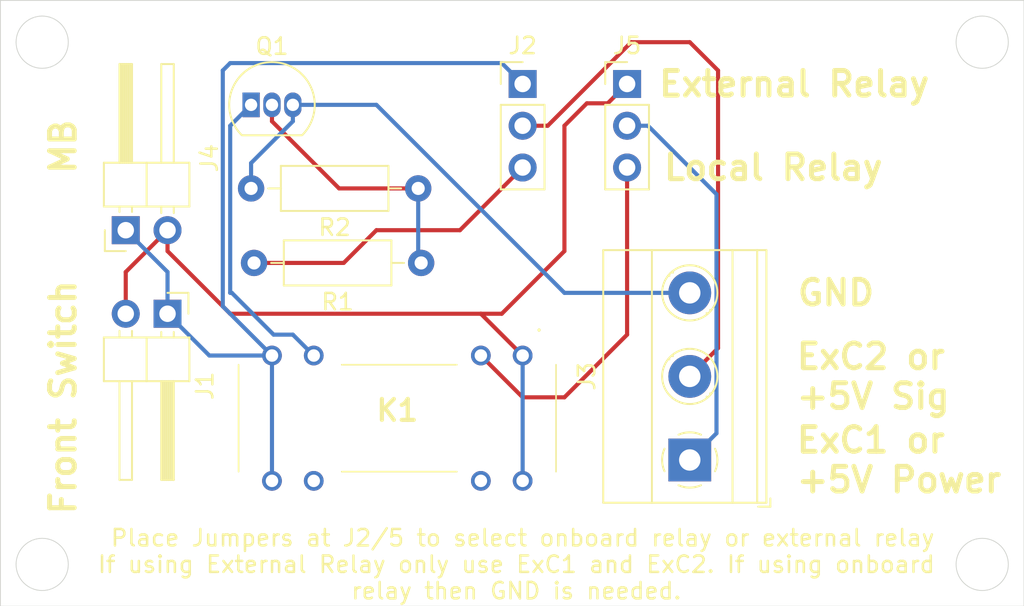
<source format=kicad_pcb>
(kicad_pcb (version 20171130) (host pcbnew "(5.1.9)-1")

  (general
    (thickness 1.6)
    (drawings 16)
    (tracks 58)
    (zones 0)
    (modules 9)
    (nets 10)
  )

  (page A4)
  (layers
    (0 F.Cu signal)
    (31 B.Cu signal)
    (32 B.Adhes user)
    (33 F.Adhes user)
    (34 B.Paste user)
    (35 F.Paste user)
    (36 B.SilkS user)
    (37 F.SilkS user)
    (38 B.Mask user)
    (39 F.Mask user)
    (40 Dwgs.User user)
    (41 Cmts.User user)
    (42 Eco1.User user)
    (43 Eco2.User user)
    (44 Edge.Cuts user)
    (45 Margin user)
    (46 B.CrtYd user)
    (47 F.CrtYd user)
    (48 B.Fab user)
    (49 F.Fab user)
  )

  (setup
    (last_trace_width 0.25)
    (trace_clearance 0.2)
    (zone_clearance 0.508)
    (zone_45_only no)
    (trace_min 0.2)
    (via_size 0.8)
    (via_drill 0.4)
    (via_min_size 0.4)
    (via_min_drill 0.3)
    (uvia_size 0.3)
    (uvia_drill 0.1)
    (uvias_allowed no)
    (uvia_min_size 0.2)
    (uvia_min_drill 0.1)
    (edge_width 0.05)
    (segment_width 0.2)
    (pcb_text_width 0.3)
    (pcb_text_size 1.5 1.5)
    (mod_edge_width 0.12)
    (mod_text_size 1 1)
    (mod_text_width 0.15)
    (pad_size 1.524 1.524)
    (pad_drill 0.762)
    (pad_to_mask_clearance 0)
    (aux_axis_origin 0 0)
    (visible_elements 7FFFFFFF)
    (pcbplotparams
      (layerselection 0x010fc_ffffffff)
      (usegerberextensions false)
      (usegerberattributes true)
      (usegerberadvancedattributes true)
      (creategerberjobfile true)
      (excludeedgelayer true)
      (linewidth 0.100000)
      (plotframeref false)
      (viasonmask false)
      (mode 1)
      (useauxorigin false)
      (hpglpennumber 1)
      (hpglpenspeed 20)
      (hpglpendiameter 15.000000)
      (psnegative false)
      (psa4output false)
      (plotreference true)
      (plotvalue true)
      (plotinvisibletext false)
      (padsonsilk false)
      (subtractmaskfromsilk false)
      (outputformat 1)
      (mirror false)
      (drillshape 0)
      (scaleselection 1)
      (outputdirectory "../FabFiles/"))
  )

  (net 0 "")
  (net 1 "Net-(J1-Pad2)")
  (net 2 "Net-(J1-Pad1)")
  (net 3 "Net-(J2-Pad3)")
  (net 4 "Net-(J2-Pad2)")
  (net 5 GND)
  (net 6 "Net-(J3-Pad1)")
  (net 7 "Net-(K1-Pad6)")
  (net 8 "Net-(J5-Pad3)")
  (net 9 "Net-(Q1-Pad2)")

  (net_class Default "This is the default net class."
    (clearance 0.2)
    (trace_width 0.25)
    (via_dia 0.8)
    (via_drill 0.4)
    (uvia_dia 0.3)
    (uvia_drill 0.1)
    (add_net GND)
    (add_net "Net-(J1-Pad1)")
    (add_net "Net-(J1-Pad2)")
    (add_net "Net-(J2-Pad2)")
    (add_net "Net-(J2-Pad3)")
    (add_net "Net-(J3-Pad1)")
    (add_net "Net-(J5-Pad3)")
    (add_net "Net-(K1-Pad6)")
    (add_net "Net-(Q1-Pad2)")
  )

  (module Connector_PinHeader_2.54mm:PinHeader_1x02_P2.54mm_Horizontal (layer F.Cu) (tedit 59FED5CB) (tstamp 613FD20D)
    (at 180.34 81.28 270)
    (descr "Through hole angled pin header, 1x02, 2.54mm pitch, 6mm pin length, single row")
    (tags "Through hole angled pin header THT 1x02 2.54mm single row")
    (path /613F7CD0)
    (fp_text reference J1 (at 4.385 -2.27 90) (layer F.SilkS)
      (effects (font (size 1 1) (thickness 0.15)))
    )
    (fp_text value Conn_01x02 (at 4.385 4.81 90) (layer F.Fab)
      (effects (font (size 1 1) (thickness 0.15)))
    )
    (fp_line (start 2.135 -1.27) (end 4.04 -1.27) (layer F.Fab) (width 0.1))
    (fp_line (start 4.04 -1.27) (end 4.04 3.81) (layer F.Fab) (width 0.1))
    (fp_line (start 4.04 3.81) (end 1.5 3.81) (layer F.Fab) (width 0.1))
    (fp_line (start 1.5 3.81) (end 1.5 -0.635) (layer F.Fab) (width 0.1))
    (fp_line (start 1.5 -0.635) (end 2.135 -1.27) (layer F.Fab) (width 0.1))
    (fp_line (start -0.32 -0.32) (end 1.5 -0.32) (layer F.Fab) (width 0.1))
    (fp_line (start -0.32 -0.32) (end -0.32 0.32) (layer F.Fab) (width 0.1))
    (fp_line (start -0.32 0.32) (end 1.5 0.32) (layer F.Fab) (width 0.1))
    (fp_line (start 4.04 -0.32) (end 10.04 -0.32) (layer F.Fab) (width 0.1))
    (fp_line (start 10.04 -0.32) (end 10.04 0.32) (layer F.Fab) (width 0.1))
    (fp_line (start 4.04 0.32) (end 10.04 0.32) (layer F.Fab) (width 0.1))
    (fp_line (start -0.32 2.22) (end 1.5 2.22) (layer F.Fab) (width 0.1))
    (fp_line (start -0.32 2.22) (end -0.32 2.86) (layer F.Fab) (width 0.1))
    (fp_line (start -0.32 2.86) (end 1.5 2.86) (layer F.Fab) (width 0.1))
    (fp_line (start 4.04 2.22) (end 10.04 2.22) (layer F.Fab) (width 0.1))
    (fp_line (start 10.04 2.22) (end 10.04 2.86) (layer F.Fab) (width 0.1))
    (fp_line (start 4.04 2.86) (end 10.04 2.86) (layer F.Fab) (width 0.1))
    (fp_line (start 1.44 -1.33) (end 1.44 3.87) (layer F.SilkS) (width 0.12))
    (fp_line (start 1.44 3.87) (end 4.1 3.87) (layer F.SilkS) (width 0.12))
    (fp_line (start 4.1 3.87) (end 4.1 -1.33) (layer F.SilkS) (width 0.12))
    (fp_line (start 4.1 -1.33) (end 1.44 -1.33) (layer F.SilkS) (width 0.12))
    (fp_line (start 4.1 -0.38) (end 10.1 -0.38) (layer F.SilkS) (width 0.12))
    (fp_line (start 10.1 -0.38) (end 10.1 0.38) (layer F.SilkS) (width 0.12))
    (fp_line (start 10.1 0.38) (end 4.1 0.38) (layer F.SilkS) (width 0.12))
    (fp_line (start 4.1 -0.32) (end 10.1 -0.32) (layer F.SilkS) (width 0.12))
    (fp_line (start 4.1 -0.2) (end 10.1 -0.2) (layer F.SilkS) (width 0.12))
    (fp_line (start 4.1 -0.08) (end 10.1 -0.08) (layer F.SilkS) (width 0.12))
    (fp_line (start 4.1 0.04) (end 10.1 0.04) (layer F.SilkS) (width 0.12))
    (fp_line (start 4.1 0.16) (end 10.1 0.16) (layer F.SilkS) (width 0.12))
    (fp_line (start 4.1 0.28) (end 10.1 0.28) (layer F.SilkS) (width 0.12))
    (fp_line (start 1.11 -0.38) (end 1.44 -0.38) (layer F.SilkS) (width 0.12))
    (fp_line (start 1.11 0.38) (end 1.44 0.38) (layer F.SilkS) (width 0.12))
    (fp_line (start 1.44 1.27) (end 4.1 1.27) (layer F.SilkS) (width 0.12))
    (fp_line (start 4.1 2.16) (end 10.1 2.16) (layer F.SilkS) (width 0.12))
    (fp_line (start 10.1 2.16) (end 10.1 2.92) (layer F.SilkS) (width 0.12))
    (fp_line (start 10.1 2.92) (end 4.1 2.92) (layer F.SilkS) (width 0.12))
    (fp_line (start 1.042929 2.16) (end 1.44 2.16) (layer F.SilkS) (width 0.12))
    (fp_line (start 1.042929 2.92) (end 1.44 2.92) (layer F.SilkS) (width 0.12))
    (fp_line (start -1.27 0) (end -1.27 -1.27) (layer F.SilkS) (width 0.12))
    (fp_line (start -1.27 -1.27) (end 0 -1.27) (layer F.SilkS) (width 0.12))
    (fp_line (start -1.8 -1.8) (end -1.8 4.35) (layer F.CrtYd) (width 0.05))
    (fp_line (start -1.8 4.35) (end 10.55 4.35) (layer F.CrtYd) (width 0.05))
    (fp_line (start 10.55 4.35) (end 10.55 -1.8) (layer F.CrtYd) (width 0.05))
    (fp_line (start 10.55 -1.8) (end -1.8 -1.8) (layer F.CrtYd) (width 0.05))
    (fp_text user %R (at 2.77 1.27) (layer F.Fab)
      (effects (font (size 1 1) (thickness 0.15)))
    )
    (pad 2 thru_hole oval (at 0 2.54 270) (size 1.7 1.7) (drill 1) (layers *.Cu *.Mask)
      (net 1 "Net-(J1-Pad2)"))
    (pad 1 thru_hole rect (at 0 0 270) (size 1.7 1.7) (drill 1) (layers *.Cu *.Mask)
      (net 2 "Net-(J1-Pad1)"))
    (model ${KISYS3DMOD}/Connector_PinHeader_2.54mm.3dshapes/PinHeader_1x02_P2.54mm_Horizontal.wrl
      (at (xyz 0 0 0))
      (scale (xyz 1 1 1))
      (rotate (xyz 0 0 0))
    )
  )

  (module Connector_PinHeader_2.54mm:PinHeader_1x03_P2.54mm_Vertical (layer F.Cu) (tedit 59FED5CC) (tstamp 613FD2BF)
    (at 208.28 67.31)
    (descr "Through hole straight pin header, 1x03, 2.54mm pitch, single row")
    (tags "Through hole pin header THT 1x03 2.54mm single row")
    (path /613FD225)
    (fp_text reference J5 (at 0 -2.33) (layer F.SilkS)
      (effects (font (size 1 1) (thickness 0.15)))
    )
    (fp_text value Conn_01x03 (at 0 7.41) (layer F.Fab)
      (effects (font (size 1 1) (thickness 0.15)))
    )
    (fp_line (start -0.635 -1.27) (end 1.27 -1.27) (layer F.Fab) (width 0.1))
    (fp_line (start 1.27 -1.27) (end 1.27 6.35) (layer F.Fab) (width 0.1))
    (fp_line (start 1.27 6.35) (end -1.27 6.35) (layer F.Fab) (width 0.1))
    (fp_line (start -1.27 6.35) (end -1.27 -0.635) (layer F.Fab) (width 0.1))
    (fp_line (start -1.27 -0.635) (end -0.635 -1.27) (layer F.Fab) (width 0.1))
    (fp_line (start -1.33 6.41) (end 1.33 6.41) (layer F.SilkS) (width 0.12))
    (fp_line (start -1.33 1.27) (end -1.33 6.41) (layer F.SilkS) (width 0.12))
    (fp_line (start 1.33 1.27) (end 1.33 6.41) (layer F.SilkS) (width 0.12))
    (fp_line (start -1.33 1.27) (end 1.33 1.27) (layer F.SilkS) (width 0.12))
    (fp_line (start -1.33 0) (end -1.33 -1.33) (layer F.SilkS) (width 0.12))
    (fp_line (start -1.33 -1.33) (end 0 -1.33) (layer F.SilkS) (width 0.12))
    (fp_line (start -1.8 -1.8) (end -1.8 6.85) (layer F.CrtYd) (width 0.05))
    (fp_line (start -1.8 6.85) (end 1.8 6.85) (layer F.CrtYd) (width 0.05))
    (fp_line (start 1.8 6.85) (end 1.8 -1.8) (layer F.CrtYd) (width 0.05))
    (fp_line (start 1.8 -1.8) (end -1.8 -1.8) (layer F.CrtYd) (width 0.05))
    (fp_text user %R (at 0 2.54 90) (layer F.Fab)
      (effects (font (size 1 1) (thickness 0.15)))
    )
    (pad 3 thru_hole oval (at 0 5.08) (size 1.7 1.7) (drill 1) (layers *.Cu *.Mask)
      (net 8 "Net-(J5-Pad3)"))
    (pad 2 thru_hole oval (at 0 2.54) (size 1.7 1.7) (drill 1) (layers *.Cu *.Mask)
      (net 6 "Net-(J3-Pad1)"))
    (pad 1 thru_hole rect (at 0 0) (size 1.7 1.7) (drill 1) (layers *.Cu *.Mask)
      (net 1 "Net-(J1-Pad2)"))
    (model ${KISYS3DMOD}/Connector_PinHeader_2.54mm.3dshapes/PinHeader_1x03_P2.54mm_Vertical.wrl
      (at (xyz 0 0 0))
      (scale (xyz 1 1 1))
      (rotate (xyz 0 0 0))
    )
  )

  (module Resistor_THT:R_Axial_DIN0207_L6.3mm_D2.5mm_P10.16mm_Horizontal (layer F.Cu) (tedit 5AE5139B) (tstamp 613FD31C)
    (at 195.58 73.66 180)
    (descr "Resistor, Axial_DIN0207 series, Axial, Horizontal, pin pitch=10.16mm, 0.25W = 1/4W, length*diameter=6.3*2.5mm^2, http://cdn-reichelt.de/documents/datenblatt/B400/1_4W%23YAG.pdf")
    (tags "Resistor Axial_DIN0207 series Axial Horizontal pin pitch 10.16mm 0.25W = 1/4W length 6.3mm diameter 2.5mm")
    (path /6140EB26)
    (fp_text reference R2 (at 5.08 -2.37) (layer F.SilkS)
      (effects (font (size 1 1) (thickness 0.15)))
    )
    (fp_text value 100k (at 5.08 2.37) (layer F.Fab)
      (effects (font (size 1 1) (thickness 0.15)))
    )
    (fp_line (start 1.93 -1.25) (end 1.93 1.25) (layer F.Fab) (width 0.1))
    (fp_line (start 1.93 1.25) (end 8.23 1.25) (layer F.Fab) (width 0.1))
    (fp_line (start 8.23 1.25) (end 8.23 -1.25) (layer F.Fab) (width 0.1))
    (fp_line (start 8.23 -1.25) (end 1.93 -1.25) (layer F.Fab) (width 0.1))
    (fp_line (start 0 0) (end 1.93 0) (layer F.Fab) (width 0.1))
    (fp_line (start 10.16 0) (end 8.23 0) (layer F.Fab) (width 0.1))
    (fp_line (start 1.81 -1.37) (end 1.81 1.37) (layer F.SilkS) (width 0.12))
    (fp_line (start 1.81 1.37) (end 8.35 1.37) (layer F.SilkS) (width 0.12))
    (fp_line (start 8.35 1.37) (end 8.35 -1.37) (layer F.SilkS) (width 0.12))
    (fp_line (start 8.35 -1.37) (end 1.81 -1.37) (layer F.SilkS) (width 0.12))
    (fp_line (start 1.04 0) (end 1.81 0) (layer F.SilkS) (width 0.12))
    (fp_line (start 9.12 0) (end 8.35 0) (layer F.SilkS) (width 0.12))
    (fp_line (start -1.05 -1.5) (end -1.05 1.5) (layer F.CrtYd) (width 0.05))
    (fp_line (start -1.05 1.5) (end 11.21 1.5) (layer F.CrtYd) (width 0.05))
    (fp_line (start 11.21 1.5) (end 11.21 -1.5) (layer F.CrtYd) (width 0.05))
    (fp_line (start 11.21 -1.5) (end -1.05 -1.5) (layer F.CrtYd) (width 0.05))
    (fp_text user %R (at 5.08 0) (layer F.Fab)
      (effects (font (size 1 1) (thickness 0.15)))
    )
    (pad 2 thru_hole oval (at 10.16 0 180) (size 1.6 1.6) (drill 0.8) (layers *.Cu *.Mask)
      (net 5 GND))
    (pad 1 thru_hole circle (at 0 0 180) (size 1.6 1.6) (drill 0.8) (layers *.Cu *.Mask)
      (net 9 "Net-(Q1-Pad2)"))
    (model ${KISYS3DMOD}/Resistor_THT.3dshapes/R_Axial_DIN0207_L6.3mm_D2.5mm_P10.16mm_Horizontal.wrl
      (at (xyz 0 0 0))
      (scale (xyz 1 1 1))
      (rotate (xyz 0 0 0))
    )
  )

  (module Resistor_THT:R_Axial_DIN0207_L6.3mm_D2.5mm_P10.16mm_Horizontal (layer F.Cu) (tedit 5AE5139B) (tstamp 613FD305)
    (at 195.76 78.19 180)
    (descr "Resistor, Axial_DIN0207 series, Axial, Horizontal, pin pitch=10.16mm, 0.25W = 1/4W, length*diameter=6.3*2.5mm^2, http://cdn-reichelt.de/documents/datenblatt/B400/1_4W%23YAG.pdf")
    (tags "Resistor Axial_DIN0207 series Axial Horizontal pin pitch 10.16mm 0.25W = 1/4W length 6.3mm diameter 2.5mm")
    (path /61410F59)
    (fp_text reference R1 (at 5.08 -2.37) (layer F.SilkS)
      (effects (font (size 1 1) (thickness 0.15)))
    )
    (fp_text value 10k (at 5.08 2.37) (layer F.Fab)
      (effects (font (size 1 1) (thickness 0.15)))
    )
    (fp_line (start 1.93 -1.25) (end 1.93 1.25) (layer F.Fab) (width 0.1))
    (fp_line (start 1.93 1.25) (end 8.23 1.25) (layer F.Fab) (width 0.1))
    (fp_line (start 8.23 1.25) (end 8.23 -1.25) (layer F.Fab) (width 0.1))
    (fp_line (start 8.23 -1.25) (end 1.93 -1.25) (layer F.Fab) (width 0.1))
    (fp_line (start 0 0) (end 1.93 0) (layer F.Fab) (width 0.1))
    (fp_line (start 10.16 0) (end 8.23 0) (layer F.Fab) (width 0.1))
    (fp_line (start 1.81 -1.37) (end 1.81 1.37) (layer F.SilkS) (width 0.12))
    (fp_line (start 1.81 1.37) (end 8.35 1.37) (layer F.SilkS) (width 0.12))
    (fp_line (start 8.35 1.37) (end 8.35 -1.37) (layer F.SilkS) (width 0.12))
    (fp_line (start 8.35 -1.37) (end 1.81 -1.37) (layer F.SilkS) (width 0.12))
    (fp_line (start 1.04 0) (end 1.81 0) (layer F.SilkS) (width 0.12))
    (fp_line (start 9.12 0) (end 8.35 0) (layer F.SilkS) (width 0.12))
    (fp_line (start -1.05 -1.5) (end -1.05 1.5) (layer F.CrtYd) (width 0.05))
    (fp_line (start -1.05 1.5) (end 11.21 1.5) (layer F.CrtYd) (width 0.05))
    (fp_line (start 11.21 1.5) (end 11.21 -1.5) (layer F.CrtYd) (width 0.05))
    (fp_line (start 11.21 -1.5) (end -1.05 -1.5) (layer F.CrtYd) (width 0.05))
    (fp_text user %R (at 5.08 0) (layer F.Fab)
      (effects (font (size 1 1) (thickness 0.15)))
    )
    (pad 2 thru_hole oval (at 10.16 0 180) (size 1.6 1.6) (drill 0.8) (layers *.Cu *.Mask)
      (net 3 "Net-(J2-Pad3)"))
    (pad 1 thru_hole circle (at 0 0 180) (size 1.6 1.6) (drill 0.8) (layers *.Cu *.Mask)
      (net 9 "Net-(Q1-Pad2)"))
    (model ${KISYS3DMOD}/Resistor_THT.3dshapes/R_Axial_DIN0207_L6.3mm_D2.5mm_P10.16mm_Horizontal.wrl
      (at (xyz 0 0 0))
      (scale (xyz 1 1 1))
      (rotate (xyz 0 0 0))
    )
  )

  (module Package_TO_SOT_THT:TO-92_Inline (layer F.Cu) (tedit 5A1DD157) (tstamp 613FD2EE)
    (at 185.42 68.58)
    (descr "TO-92 leads in-line, narrow, oval pads, drill 0.75mm (see NXP sot054_po.pdf)")
    (tags "to-92 sc-43 sc-43a sot54 PA33 transistor")
    (path /614090C0)
    (fp_text reference Q1 (at 1.27 -3.56) (layer F.SilkS)
      (effects (font (size 1 1) (thickness 0.15)))
    )
    (fp_text value BC547 (at 1.27 2.79) (layer F.Fab)
      (effects (font (size 1 1) (thickness 0.15)))
    )
    (fp_line (start -0.53 1.85) (end 3.07 1.85) (layer F.SilkS) (width 0.12))
    (fp_line (start -0.5 1.75) (end 3 1.75) (layer F.Fab) (width 0.1))
    (fp_line (start -1.46 -2.73) (end 4 -2.73) (layer F.CrtYd) (width 0.05))
    (fp_line (start -1.46 -2.73) (end -1.46 2.01) (layer F.CrtYd) (width 0.05))
    (fp_line (start 4 2.01) (end 4 -2.73) (layer F.CrtYd) (width 0.05))
    (fp_line (start 4 2.01) (end -1.46 2.01) (layer F.CrtYd) (width 0.05))
    (fp_arc (start 1.27 0) (end 1.27 -2.6) (angle 135) (layer F.SilkS) (width 0.12))
    (fp_arc (start 1.27 0) (end 1.27 -2.48) (angle -135) (layer F.Fab) (width 0.1))
    (fp_arc (start 1.27 0) (end 1.27 -2.6) (angle -135) (layer F.SilkS) (width 0.12))
    (fp_arc (start 1.27 0) (end 1.27 -2.48) (angle 135) (layer F.Fab) (width 0.1))
    (fp_text user %R (at 1.27 0) (layer F.Fab)
      (effects (font (size 1 1) (thickness 0.15)))
    )
    (pad 1 thru_hole rect (at 0 0) (size 1.05 1.5) (drill 0.75) (layers *.Cu *.Mask)
      (net 7 "Net-(K1-Pad6)"))
    (pad 3 thru_hole oval (at 2.54 0) (size 1.05 1.5) (drill 0.75) (layers *.Cu *.Mask)
      (net 5 GND))
    (pad 2 thru_hole oval (at 1.27 0) (size 1.05 1.5) (drill 0.75) (layers *.Cu *.Mask)
      (net 9 "Net-(Q1-Pad2)"))
    (model ${KISYS3DMOD}/Package_TO_SOT_THT.3dshapes/TO-92_Inline.wrl
      (at (xyz 0 0 0))
      (scale (xyz 1 1 1))
      (rotate (xyz 0 0 0))
    )
  )

  (module SamacSys_Parts:DIP051A7212L (layer F.Cu) (tedit 0) (tstamp 613FD2DC)
    (at 201.93 83.82 180)
    (descr DIP05-1A72-12L-3)
    (tags "Relay or Contactor")
    (path /61401863)
    (fp_text reference K1 (at 7.62 -3.336) (layer F.SilkS)
      (effects (font (size 1.27 1.27) (thickness 0.254)))
    )
    (fp_text value DIP05-1A72-12L (at 7.62 -3.336) (layer F.SilkS) hide
      (effects (font (size 1.27 1.27) (thickness 0.254)))
    )
    (fp_line (start -2.03 -7.06) (end 17.27 -7.06) (layer F.Fab) (width 0.2))
    (fp_line (start 17.27 -7.06) (end 17.27 -0.56) (layer F.Fab) (width 0.2))
    (fp_line (start 17.27 -0.56) (end -2.03 -0.56) (layer F.Fab) (width 0.2))
    (fp_line (start -2.03 -0.56) (end -2.03 -7.06) (layer F.Fab) (width 0.2))
    (fp_line (start -3.03 -9.271) (end 18.27 -9.271) (layer F.CrtYd) (width 0.1))
    (fp_line (start 18.27 -9.271) (end 18.27 2.6) (layer F.CrtYd) (width 0.1))
    (fp_line (start 18.27 2.6) (end -3.03 2.6) (layer F.CrtYd) (width 0.1))
    (fp_line (start -3.03 2.6) (end -3.03 -9.271) (layer F.CrtYd) (width 0.1))
    (fp_line (start -1 1.5) (end -1 1.5) (layer F.SilkS) (width 0.1))
    (fp_line (start -1 1.6) (end -1 1.6) (layer F.SilkS) (width 0.1))
    (fp_line (start -2.03 -7.06) (end -2.03 -0.56) (layer F.SilkS) (width 0.1))
    (fp_line (start 17.27 -7.06) (end 17.27 -0.56) (layer F.SilkS) (width 0.1))
    (fp_line (start 4 -7.06) (end 11 -7.06) (layer F.SilkS) (width 0.1))
    (fp_line (start 4 -0.56) (end 11 -0.56) (layer F.SilkS) (width 0.1))
    (fp_arc (start -1 1.55) (end -1 1.6) (angle -180) (layer F.SilkS) (width 0.1))
    (fp_arc (start -1 1.55) (end -1 1.5) (angle -180) (layer F.SilkS) (width 0.1))
    (fp_text user %R (at 7.62 -3.336) (layer F.Fab)
      (effects (font (size 1.27 1.27) (thickness 0.254)))
    )
    (pad 14 thru_hole circle (at 0 -7.62 180) (size 1.2 1.2) (drill 0.76) (layers *.Cu *.Mask)
      (net 1 "Net-(J1-Pad2)"))
    (pad 13 thru_hole circle (at 2.54 -7.62 180) (size 1.2 1.2) (drill 0.76) (layers *.Cu *.Mask))
    (pad 9 thru_hole circle (at 12.7 -7.62 180) (size 1.2 1.2) (drill 0.76) (layers *.Cu *.Mask))
    (pad 8 thru_hole circle (at 15.24 -7.62 180) (size 1.2 1.2) (drill 0.76) (layers *.Cu *.Mask)
      (net 2 "Net-(J1-Pad1)"))
    (pad 7 thru_hole circle (at 15.24 0 180) (size 1.2 1.2) (drill 0.76) (layers *.Cu *.Mask)
      (net 2 "Net-(J1-Pad1)"))
    (pad 6 thru_hole circle (at 12.7 0 180) (size 1.2 1.2) (drill 0.76) (layers *.Cu *.Mask)
      (net 7 "Net-(K1-Pad6)"))
    (pad 2 thru_hole circle (at 2.54 0 180) (size 1.2 1.2) (drill 0.76) (layers *.Cu *.Mask)
      (net 8 "Net-(J5-Pad3)"))
    (pad 1 thru_hole circle (at 0 0 180) (size 1.2 1.2) (drill 0.76) (layers *.Cu *.Mask)
      (net 1 "Net-(J1-Pad2)"))
    (model C:\SamacSys_PCB_Library\KiCad\SamacSys_Parts.3dshapes\DIP05-1A72-12L.stp
      (at (xyz 0 0 0))
      (scale (xyz 1 1 1))
      (rotate (xyz 0 0 0))
    )
  )

  (module Connector_PinHeader_2.54mm:PinHeader_1x02_P2.54mm_Horizontal (layer F.Cu) (tedit 59FED5CB) (tstamp 613FD28C)
    (at 177.8 76.2 90)
    (descr "Through hole angled pin header, 1x02, 2.54mm pitch, 6mm pin length, single row")
    (tags "Through hole angled pin header THT 1x02 2.54mm single row")
    (path /613F85D2)
    (fp_text reference J4 (at 4.385 5.08 90) (layer F.SilkS)
      (effects (font (size 1 1) (thickness 0.15)))
    )
    (fp_text value Conn_01x02 (at 4.385 4.81 90) (layer F.Fab)
      (effects (font (size 1 1) (thickness 0.15)))
    )
    (fp_line (start 2.135 -1.27) (end 4.04 -1.27) (layer F.Fab) (width 0.1))
    (fp_line (start 4.04 -1.27) (end 4.04 3.81) (layer F.Fab) (width 0.1))
    (fp_line (start 4.04 3.81) (end 1.5 3.81) (layer F.Fab) (width 0.1))
    (fp_line (start 1.5 3.81) (end 1.5 -0.635) (layer F.Fab) (width 0.1))
    (fp_line (start 1.5 -0.635) (end 2.135 -1.27) (layer F.Fab) (width 0.1))
    (fp_line (start -0.32 -0.32) (end 1.5 -0.32) (layer F.Fab) (width 0.1))
    (fp_line (start -0.32 -0.32) (end -0.32 0.32) (layer F.Fab) (width 0.1))
    (fp_line (start -0.32 0.32) (end 1.5 0.32) (layer F.Fab) (width 0.1))
    (fp_line (start 4.04 -0.32) (end 10.04 -0.32) (layer F.Fab) (width 0.1))
    (fp_line (start 10.04 -0.32) (end 10.04 0.32) (layer F.Fab) (width 0.1))
    (fp_line (start 4.04 0.32) (end 10.04 0.32) (layer F.Fab) (width 0.1))
    (fp_line (start -0.32 2.22) (end 1.5 2.22) (layer F.Fab) (width 0.1))
    (fp_line (start -0.32 2.22) (end -0.32 2.86) (layer F.Fab) (width 0.1))
    (fp_line (start -0.32 2.86) (end 1.5 2.86) (layer F.Fab) (width 0.1))
    (fp_line (start 4.04 2.22) (end 10.04 2.22) (layer F.Fab) (width 0.1))
    (fp_line (start 10.04 2.22) (end 10.04 2.86) (layer F.Fab) (width 0.1))
    (fp_line (start 4.04 2.86) (end 10.04 2.86) (layer F.Fab) (width 0.1))
    (fp_line (start 1.44 -1.33) (end 1.44 3.87) (layer F.SilkS) (width 0.12))
    (fp_line (start 1.44 3.87) (end 4.1 3.87) (layer F.SilkS) (width 0.12))
    (fp_line (start 4.1 3.87) (end 4.1 -1.33) (layer F.SilkS) (width 0.12))
    (fp_line (start 4.1 -1.33) (end 1.44 -1.33) (layer F.SilkS) (width 0.12))
    (fp_line (start 4.1 -0.38) (end 10.1 -0.38) (layer F.SilkS) (width 0.12))
    (fp_line (start 10.1 -0.38) (end 10.1 0.38) (layer F.SilkS) (width 0.12))
    (fp_line (start 10.1 0.38) (end 4.1 0.38) (layer F.SilkS) (width 0.12))
    (fp_line (start 4.1 -0.32) (end 10.1 -0.32) (layer F.SilkS) (width 0.12))
    (fp_line (start 4.1 -0.2) (end 10.1 -0.2) (layer F.SilkS) (width 0.12))
    (fp_line (start 4.1 -0.08) (end 10.1 -0.08) (layer F.SilkS) (width 0.12))
    (fp_line (start 4.1 0.04) (end 10.1 0.04) (layer F.SilkS) (width 0.12))
    (fp_line (start 4.1 0.16) (end 10.1 0.16) (layer F.SilkS) (width 0.12))
    (fp_line (start 4.1 0.28) (end 10.1 0.28) (layer F.SilkS) (width 0.12))
    (fp_line (start 1.11 -0.38) (end 1.44 -0.38) (layer F.SilkS) (width 0.12))
    (fp_line (start 1.11 0.38) (end 1.44 0.38) (layer F.SilkS) (width 0.12))
    (fp_line (start 1.44 1.27) (end 4.1 1.27) (layer F.SilkS) (width 0.12))
    (fp_line (start 4.1 2.16) (end 10.1 2.16) (layer F.SilkS) (width 0.12))
    (fp_line (start 10.1 2.16) (end 10.1 2.92) (layer F.SilkS) (width 0.12))
    (fp_line (start 10.1 2.92) (end 4.1 2.92) (layer F.SilkS) (width 0.12))
    (fp_line (start 1.042929 2.16) (end 1.44 2.16) (layer F.SilkS) (width 0.12))
    (fp_line (start 1.042929 2.92) (end 1.44 2.92) (layer F.SilkS) (width 0.12))
    (fp_line (start -1.27 0) (end -1.27 -1.27) (layer F.SilkS) (width 0.12))
    (fp_line (start -1.27 -1.27) (end 0 -1.27) (layer F.SilkS) (width 0.12))
    (fp_line (start -1.8 -1.8) (end -1.8 4.35) (layer F.CrtYd) (width 0.05))
    (fp_line (start -1.8 4.35) (end 10.55 4.35) (layer F.CrtYd) (width 0.05))
    (fp_line (start 10.55 4.35) (end 10.55 -1.8) (layer F.CrtYd) (width 0.05))
    (fp_line (start 10.55 -1.8) (end -1.8 -1.8) (layer F.CrtYd) (width 0.05))
    (fp_text user %R (at 2.77 1.27) (layer F.Fab)
      (effects (font (size 1 1) (thickness 0.15)))
    )
    (pad 2 thru_hole oval (at 0 2.54 90) (size 1.7 1.7) (drill 1) (layers *.Cu *.Mask)
      (net 1 "Net-(J1-Pad2)"))
    (pad 1 thru_hole rect (at 0 0 90) (size 1.7 1.7) (drill 1) (layers *.Cu *.Mask)
      (net 2 "Net-(J1-Pad1)"))
    (model ${KISYS3DMOD}/Connector_PinHeader_2.54mm.3dshapes/PinHeader_1x02_P2.54mm_Horizontal.wrl
      (at (xyz 0 0 0))
      (scale (xyz 1 1 1))
      (rotate (xyz 0 0 0))
    )
  )

  (module TerminalBlock_Phoenix:TerminalBlock_Phoenix_MKDS-1,5-3-5.08_1x03_P5.08mm_Horizontal (layer F.Cu) (tedit 5B294EBC) (tstamp 613FD259)
    (at 212.09 90.17 90)
    (descr "Terminal Block Phoenix MKDS-1,5-3-5.08, 3 pins, pitch 5.08mm, size 15.2x9.8mm^2, drill diamater 1.3mm, pad diameter 2.6mm, see http://www.farnell.com/datasheets/100425.pdf, script-generated using https://github.com/pointhi/kicad-footprint-generator/scripts/TerminalBlock_Phoenix")
    (tags "THT Terminal Block Phoenix MKDS-1,5-3-5.08 pitch 5.08mm size 15.2x9.8mm^2 drill 1.3mm pad 2.6mm")
    (path /61406BF3)
    (fp_text reference J3 (at 5.08 -6.26 90) (layer F.SilkS)
      (effects (font (size 1 1) (thickness 0.15)))
    )
    (fp_text value Screw_Terminal_01x03 (at 5.08 5.66 90) (layer F.Fab)
      (effects (font (size 1 1) (thickness 0.15)))
    )
    (fp_circle (center 0 0) (end 1.5 0) (layer F.Fab) (width 0.1))
    (fp_circle (center 5.08 0) (end 6.58 0) (layer F.Fab) (width 0.1))
    (fp_circle (center 5.08 0) (end 6.76 0) (layer F.SilkS) (width 0.12))
    (fp_circle (center 10.16 0) (end 11.66 0) (layer F.Fab) (width 0.1))
    (fp_circle (center 10.16 0) (end 11.84 0) (layer F.SilkS) (width 0.12))
    (fp_line (start -2.54 -5.2) (end 12.7 -5.2) (layer F.Fab) (width 0.1))
    (fp_line (start 12.7 -5.2) (end 12.7 4.6) (layer F.Fab) (width 0.1))
    (fp_line (start 12.7 4.6) (end -2.04 4.6) (layer F.Fab) (width 0.1))
    (fp_line (start -2.04 4.6) (end -2.54 4.1) (layer F.Fab) (width 0.1))
    (fp_line (start -2.54 4.1) (end -2.54 -5.2) (layer F.Fab) (width 0.1))
    (fp_line (start -2.54 4.1) (end 12.7 4.1) (layer F.Fab) (width 0.1))
    (fp_line (start -2.6 4.1) (end 12.76 4.1) (layer F.SilkS) (width 0.12))
    (fp_line (start -2.54 2.6) (end 12.7 2.6) (layer F.Fab) (width 0.1))
    (fp_line (start -2.6 2.6) (end 12.76 2.6) (layer F.SilkS) (width 0.12))
    (fp_line (start -2.54 -2.3) (end 12.7 -2.3) (layer F.Fab) (width 0.1))
    (fp_line (start -2.6 -2.301) (end 12.76 -2.301) (layer F.SilkS) (width 0.12))
    (fp_line (start -2.6 -5.261) (end 12.76 -5.261) (layer F.SilkS) (width 0.12))
    (fp_line (start -2.6 4.66) (end 12.76 4.66) (layer F.SilkS) (width 0.12))
    (fp_line (start -2.6 -5.261) (end -2.6 4.66) (layer F.SilkS) (width 0.12))
    (fp_line (start 12.76 -5.261) (end 12.76 4.66) (layer F.SilkS) (width 0.12))
    (fp_line (start 1.138 -0.955) (end -0.955 1.138) (layer F.Fab) (width 0.1))
    (fp_line (start 0.955 -1.138) (end -1.138 0.955) (layer F.Fab) (width 0.1))
    (fp_line (start 6.218 -0.955) (end 4.126 1.138) (layer F.Fab) (width 0.1))
    (fp_line (start 6.035 -1.138) (end 3.943 0.955) (layer F.Fab) (width 0.1))
    (fp_line (start 6.355 -1.069) (end 6.308 -1.023) (layer F.SilkS) (width 0.12))
    (fp_line (start 4.046 1.239) (end 4.011 1.274) (layer F.SilkS) (width 0.12))
    (fp_line (start 6.15 -1.275) (end 6.115 -1.239) (layer F.SilkS) (width 0.12))
    (fp_line (start 3.853 1.023) (end 3.806 1.069) (layer F.SilkS) (width 0.12))
    (fp_line (start 11.298 -0.955) (end 9.206 1.138) (layer F.Fab) (width 0.1))
    (fp_line (start 11.115 -1.138) (end 9.023 0.955) (layer F.Fab) (width 0.1))
    (fp_line (start 11.435 -1.069) (end 11.388 -1.023) (layer F.SilkS) (width 0.12))
    (fp_line (start 9.126 1.239) (end 9.091 1.274) (layer F.SilkS) (width 0.12))
    (fp_line (start 11.23 -1.275) (end 11.195 -1.239) (layer F.SilkS) (width 0.12))
    (fp_line (start 8.933 1.023) (end 8.886 1.069) (layer F.SilkS) (width 0.12))
    (fp_line (start -2.84 4.16) (end -2.84 4.9) (layer F.SilkS) (width 0.12))
    (fp_line (start -2.84 4.9) (end -2.34 4.9) (layer F.SilkS) (width 0.12))
    (fp_line (start -3.04 -5.71) (end -3.04 5.1) (layer F.CrtYd) (width 0.05))
    (fp_line (start -3.04 5.1) (end 13.21 5.1) (layer F.CrtYd) (width 0.05))
    (fp_line (start 13.21 5.1) (end 13.21 -5.71) (layer F.CrtYd) (width 0.05))
    (fp_line (start 13.21 -5.71) (end -3.04 -5.71) (layer F.CrtYd) (width 0.05))
    (fp_text user %R (at 5.08 3.2 90) (layer F.Fab)
      (effects (font (size 1 1) (thickness 0.15)))
    )
    (fp_arc (start 0 0) (end -0.684 1.535) (angle -25) (layer F.SilkS) (width 0.12))
    (fp_arc (start 0 0) (end -1.535 -0.684) (angle -48) (layer F.SilkS) (width 0.12))
    (fp_arc (start 0 0) (end 0.684 -1.535) (angle -48) (layer F.SilkS) (width 0.12))
    (fp_arc (start 0 0) (end 1.535 0.684) (angle -48) (layer F.SilkS) (width 0.12))
    (fp_arc (start 0 0) (end 0 1.68) (angle -24) (layer F.SilkS) (width 0.12))
    (pad 3 thru_hole circle (at 10.16 0 90) (size 2.6 2.6) (drill 1.3) (layers *.Cu *.Mask)
      (net 5 GND))
    (pad 2 thru_hole circle (at 5.08 0 90) (size 2.6 2.6) (drill 1.3) (layers *.Cu *.Mask)
      (net 4 "Net-(J2-Pad2)"))
    (pad 1 thru_hole rect (at 0 0 90) (size 2.6 2.6) (drill 1.3) (layers *.Cu *.Mask)
      (net 6 "Net-(J3-Pad1)"))
    (model ${KISYS3DMOD}/TerminalBlock_Phoenix.3dshapes/TerminalBlock_Phoenix_MKDS-1,5-3-5.08_1x03_P5.08mm_Horizontal.wrl
      (at (xyz 0 0 0))
      (scale (xyz 1 1 1))
      (rotate (xyz 0 0 0))
    )
  )

  (module Connector_PinHeader_2.54mm:PinHeader_1x03_P2.54mm_Vertical (layer F.Cu) (tedit 59FED5CC) (tstamp 613FD224)
    (at 201.93 67.31)
    (descr "Through hole straight pin header, 1x03, 2.54mm pitch, single row")
    (tags "Through hole pin header THT 1x03 2.54mm single row")
    (path /613FE4B4)
    (fp_text reference J2 (at 0 -2.33) (layer F.SilkS)
      (effects (font (size 1 1) (thickness 0.15)))
    )
    (fp_text value Conn_01x03 (at 0 7.41) (layer F.Fab)
      (effects (font (size 1 1) (thickness 0.15)))
    )
    (fp_line (start -0.635 -1.27) (end 1.27 -1.27) (layer F.Fab) (width 0.1))
    (fp_line (start 1.27 -1.27) (end 1.27 6.35) (layer F.Fab) (width 0.1))
    (fp_line (start 1.27 6.35) (end -1.27 6.35) (layer F.Fab) (width 0.1))
    (fp_line (start -1.27 6.35) (end -1.27 -0.635) (layer F.Fab) (width 0.1))
    (fp_line (start -1.27 -0.635) (end -0.635 -1.27) (layer F.Fab) (width 0.1))
    (fp_line (start -1.33 6.41) (end 1.33 6.41) (layer F.SilkS) (width 0.12))
    (fp_line (start -1.33 1.27) (end -1.33 6.41) (layer F.SilkS) (width 0.12))
    (fp_line (start 1.33 1.27) (end 1.33 6.41) (layer F.SilkS) (width 0.12))
    (fp_line (start -1.33 1.27) (end 1.33 1.27) (layer F.SilkS) (width 0.12))
    (fp_line (start -1.33 0) (end -1.33 -1.33) (layer F.SilkS) (width 0.12))
    (fp_line (start -1.33 -1.33) (end 0 -1.33) (layer F.SilkS) (width 0.12))
    (fp_line (start -1.8 -1.8) (end -1.8 6.85) (layer F.CrtYd) (width 0.05))
    (fp_line (start -1.8 6.85) (end 1.8 6.85) (layer F.CrtYd) (width 0.05))
    (fp_line (start 1.8 6.85) (end 1.8 -1.8) (layer F.CrtYd) (width 0.05))
    (fp_line (start 1.8 -1.8) (end -1.8 -1.8) (layer F.CrtYd) (width 0.05))
    (fp_text user %R (at 0 2.54 90) (layer F.Fab)
      (effects (font (size 1 1) (thickness 0.15)))
    )
    (pad 3 thru_hole oval (at 0 5.08) (size 1.7 1.7) (drill 1) (layers *.Cu *.Mask)
      (net 3 "Net-(J2-Pad3)"))
    (pad 2 thru_hole oval (at 0 2.54) (size 1.7 1.7) (drill 1) (layers *.Cu *.Mask)
      (net 4 "Net-(J2-Pad2)"))
    (pad 1 thru_hole rect (at 0 0) (size 1.7 1.7) (drill 1) (layers *.Cu *.Mask)
      (net 2 "Net-(J1-Pad1)"))
    (model ${KISYS3DMOD}/Connector_PinHeader_2.54mm.3dshapes/PinHeader_1x03_P2.54mm_Vertical.wrl
      (at (xyz 0 0 0))
      (scale (xyz 1 1 1))
      (rotate (xyz 0 0 0))
    )
  )

  (gr_text "Place Jumpers at J2/5 to select onboard relay or external relay\nIf using External Relay only use ExC1 and ExC2. If using onboard \nrelay then GND is needed. " (at 201.93 96.52) (layer F.SilkS)
    (effects (font (size 1 1) (thickness 0.15)))
  )
  (gr_circle (center 172.72 64.77) (end 174.3075 64.77) (layer Edge.Cuts) (width 0.05) (tstamp 613FF3AC))
  (gr_circle (center 172.72 96.52) (end 174.3075 96.52) (layer Edge.Cuts) (width 0.05) (tstamp 613FF3AC))
  (gr_circle (center 229.87 96.52) (end 231.4575 96.52) (layer Edge.Cuts) (width 0.05) (tstamp 613FF3AC))
  (gr_circle (center 229.87 64.77) (end 231.4575 64.77) (layer Edge.Cuts) (width 0.05))
  (gr_text MB (at 173.99 71.12 90) (layer F.SilkS) (tstamp 613FF384)
    (effects (font (size 1.5 1.5) (thickness 0.3)))
  )
  (gr_text "Front Switch" (at 173.99 86.36 90) (layer F.SilkS) (tstamp 613FF384)
    (effects (font (size 1.5 1.5) (thickness 0.3)))
  )
  (gr_line (start 232.41 62.23) (end 170.18 62.23) (layer Edge.Cuts) (width 0.05))
  (gr_line (start 232.41 99.06) (end 232.41 62.23) (layer Edge.Cuts) (width 0.05))
  (gr_line (start 170.18 99.06) (end 232.41 99.06) (layer Edge.Cuts) (width 0.05))
  (gr_line (start 170.18 62.23) (end 170.18 99.06) (layer Edge.Cuts) (width 0.05))
  (gr_text "ExC1 or \n+5V Power" (at 218.44 90.17) (layer F.SilkS) (tstamp 613FF360)
    (effects (font (size 1.5 1.5) (thickness 0.3)) (justify left))
  )
  (gr_text "ExC2 or \n+5V Sig" (at 218.44 85.09) (layer F.SilkS) (tstamp 613FF360)
    (effects (font (size 1.5 1.5) (thickness 0.3)) (justify left))
  )
  (gr_text GND (at 220.98 80.01) (layer F.SilkS) (tstamp 613FDEB3)
    (effects (font (size 1.5 1.5) (thickness 0.3)))
  )
  (gr_text "Local Relay" (at 217.17 72.39) (layer F.SilkS) (tstamp 613FDEB3)
    (effects (font (size 1.5 1.5) (thickness 0.3)))
  )
  (gr_text "External Relay" (at 218.44 67.31) (layer F.SilkS)
    (effects (font (size 1.5 1.5) (thickness 0.3)))
  )

  (segment (start 177.8 78.74) (end 180.34 76.2) (width 0.25) (layer F.Cu) (net 1))
  (segment (start 177.8 81.28) (end 177.8 78.74) (width 0.25) (layer F.Cu) (net 1))
  (segment (start 201.93 91.44) (end 201.93 83.82) (width 0.25) (layer B.Cu) (net 1))
  (segment (start 180.34 76.2) (end 180.34 77.47) (width 0.25) (layer F.Cu) (net 1))
  (segment (start 180.34 77.47) (end 184.15 81.28) (width 0.25) (layer F.Cu) (net 1))
  (segment (start 184.15 81.28) (end 199.39 81.28) (width 0.25) (layer F.Cu) (net 1))
  (segment (start 199.39 81.28) (end 201.93 83.82) (width 0.25) (layer F.Cu) (net 1))
  (segment (start 199.39 81.28) (end 200.66 81.28) (width 0.25) (layer F.Cu) (net 1))
  (segment (start 207.104999 68.485001) (end 205.834999 68.485001) (width 0.25) (layer F.Cu) (net 1))
  (segment (start 208.28 67.31) (end 207.104999 68.485001) (width 0.25) (layer F.Cu) (net 1))
  (segment (start 205.834999 68.485001) (end 204.47 69.85) (width 0.25) (layer F.Cu) (net 1))
  (segment (start 204.47 77.47) (end 200.66 81.28) (width 0.25) (layer F.Cu) (net 1))
  (segment (start 204.47 69.85) (end 204.47 77.47) (width 0.25) (layer F.Cu) (net 1))
  (segment (start 180.34 78.74) (end 177.8 76.2) (width 0.25) (layer B.Cu) (net 2))
  (segment (start 180.34 81.28) (end 180.34 78.74) (width 0.25) (layer B.Cu) (net 2))
  (segment (start 186.69 83.82) (end 186.69 91.44) (width 0.25) (layer B.Cu) (net 2))
  (segment (start 182.88 83.82) (end 180.34 81.28) (width 0.25) (layer B.Cu) (net 2))
  (segment (start 186.69 83.82) (end 182.88 83.82) (width 0.25) (layer B.Cu) (net 2))
  (segment (start 200.66 66.04) (end 201.93 67.31) (width 0.25) (layer B.Cu) (net 2))
  (segment (start 184.15 66.04) (end 200.66 66.04) (width 0.25) (layer B.Cu) (net 2))
  (segment (start 183.699991 66.490009) (end 184.15 66.04) (width 0.25) (layer B.Cu) (net 2))
  (segment (start 183.699991 80.829991) (end 183.699991 66.490009) (width 0.25) (layer B.Cu) (net 2))
  (segment (start 186.69 83.82) (end 183.699991 80.829991) (width 0.25) (layer B.Cu) (net 2))
  (segment (start 185.6 78.19) (end 191.05 78.19) (width 0.25) (layer F.Cu) (net 3))
  (segment (start 191.05 78.19) (end 193.04 76.2) (width 0.25) (layer F.Cu) (net 3))
  (segment (start 198.12 76.2) (end 201.93 72.39) (width 0.25) (layer F.Cu) (net 3))
  (segment (start 193.04 76.2) (end 198.12 76.2) (width 0.25) (layer F.Cu) (net 3))
  (segment (start 213.810009 83.369991) (end 213.810009 66.490009) (width 0.25) (layer F.Cu) (net 4))
  (segment (start 212.09 85.09) (end 213.810009 83.369991) (width 0.25) (layer F.Cu) (net 4))
  (segment (start 213.810009 66.490009) (end 212.09 64.77) (width 0.25) (layer F.Cu) (net 4))
  (segment (start 203.454998 69.85) (end 201.93 69.85) (width 0.25) (layer F.Cu) (net 4))
  (segment (start 208.534998 64.77) (end 203.454998 69.85) (width 0.25) (layer F.Cu) (net 4))
  (segment (start 212.09 64.77) (end 208.534998 64.77) (width 0.25) (layer F.Cu) (net 4))
  (segment (start 193.04 68.58) (end 187.96 68.58) (width 0.25) (layer B.Cu) (net 5))
  (segment (start 204.47 80.01) (end 193.04 68.58) (width 0.25) (layer B.Cu) (net 5))
  (segment (start 212.09 80.01) (end 204.47 80.01) (width 0.25) (layer B.Cu) (net 5))
  (segment (start 185.42 72.12) (end 185.42 73.66) (width 0.25) (layer B.Cu) (net 5))
  (segment (start 187.96 69.58) (end 185.42 72.12) (width 0.25) (layer B.Cu) (net 5))
  (segment (start 187.96 68.58) (end 187.96 69.58) (width 0.25) (layer B.Cu) (net 5))
  (segment (start 213.715001 88.544999) (end 213.715001 74.015001) (width 0.25) (layer B.Cu) (net 6))
  (segment (start 212.09 90.17) (end 213.715001 88.544999) (width 0.25) (layer B.Cu) (net 6))
  (segment (start 209.55 69.85) (end 208.28 69.85) (width 0.25) (layer B.Cu) (net 6))
  (segment (start 213.715001 74.015001) (end 209.55 69.85) (width 0.25) (layer B.Cu) (net 6))
  (segment (start 185.42 68.58) (end 184.15 69.85) (width 0.25) (layer B.Cu) (net 7))
  (segment (start 184.15 69.85) (end 184.15 80.01) (width 0.25) (layer B.Cu) (net 7))
  (segment (start 184.249002 80.01) (end 186.789002 82.55) (width 0.25) (layer B.Cu) (net 7))
  (segment (start 184.15 80.01) (end 184.249002 80.01) (width 0.25) (layer B.Cu) (net 7))
  (segment (start 187.96 82.55) (end 189.23 83.82) (width 0.25) (layer B.Cu) (net 7))
  (segment (start 186.789002 82.55) (end 187.96 82.55) (width 0.25) (layer B.Cu) (net 7))
  (segment (start 199.39 83.82) (end 201.93 86.36) (width 0.25) (layer F.Cu) (net 8))
  (segment (start 201.93 86.36) (end 204.47 86.36) (width 0.25) (layer F.Cu) (net 8))
  (segment (start 208.28 82.55) (end 208.28 72.39) (width 0.25) (layer F.Cu) (net 8))
  (segment (start 204.47 86.36) (end 208.28 82.55) (width 0.25) (layer F.Cu) (net 8))
  (segment (start 186.69 69.58) (end 186.69 68.58) (width 0.25) (layer F.Cu) (net 9))
  (segment (start 190.77 73.66) (end 186.69 69.58) (width 0.25) (layer F.Cu) (net 9))
  (segment (start 195.58 73.66) (end 190.77 73.66) (width 0.25) (layer F.Cu) (net 9))
  (segment (start 195.58 78.01) (end 195.76 78.19) (width 0.25) (layer B.Cu) (net 9))
  (segment (start 195.58 73.66) (end 195.58 78.01) (width 0.25) (layer B.Cu) (net 9))

)

</source>
